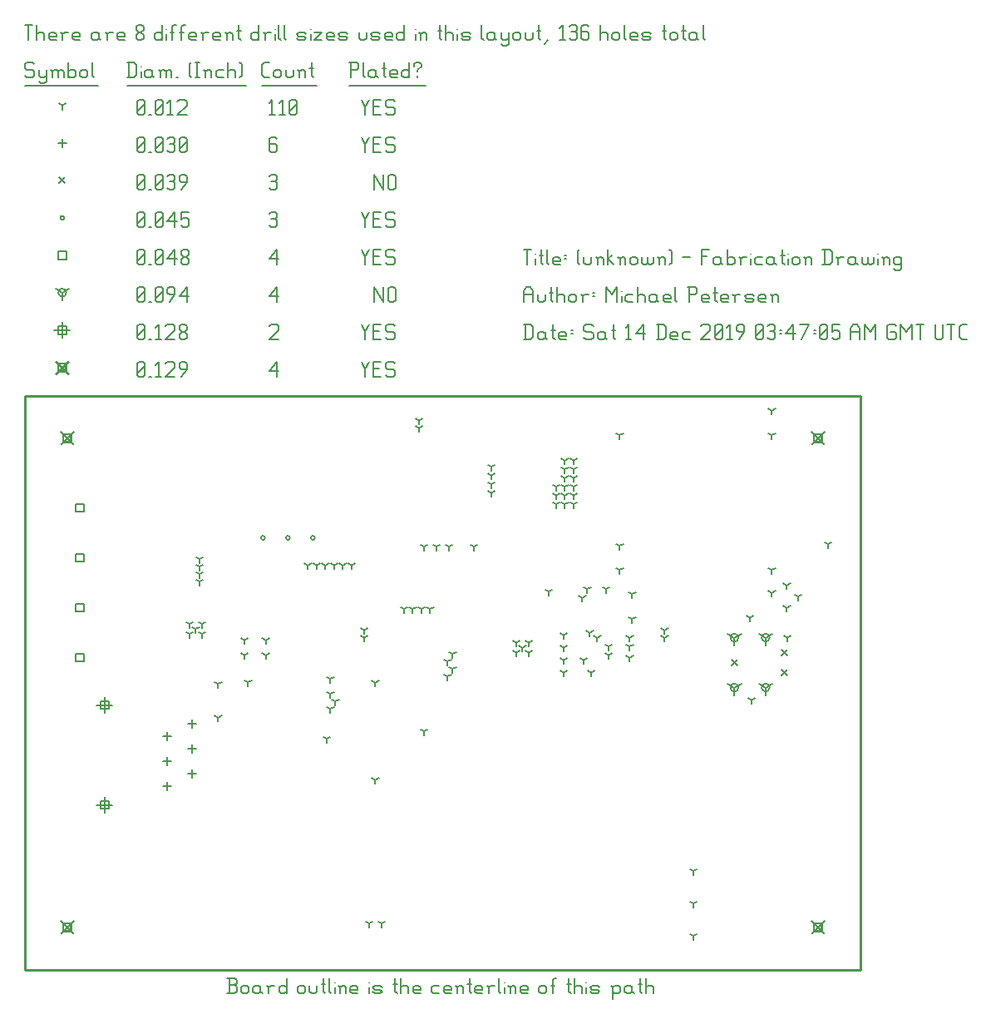
<source format=gbr>
G04 start of page 13 for group -3984 idx -3984 *
G04 Title: (unknown), fab *
G04 Creator: pcb 20140316 *
G04 CreationDate: Sat 14 Dec 2019 03:47:05 AM GMT UTC *
G04 For: railfan *
G04 Format: Gerber/RS-274X *
G04 PCB-Dimensions (mil): 3350.00 2300.00 *
G04 PCB-Coordinate-Origin: lower left *
%MOIN*%
%FSLAX25Y25*%
%LNFAB*%
%ADD122C,0.0100*%
%ADD121C,0.0075*%
%ADD120C,0.0060*%
%ADD119R,0.0080X0.0080*%
%ADD118C,0.0001*%
G54D118*G36*
X14600Y19966D02*X19966Y14600D01*
X19400Y14034D01*
X14034Y19400D01*
X14600Y19966D01*
G37*
G36*
X14034Y14600D02*X19400Y19966D01*
X19966Y19400D01*
X14600Y14034D01*
X14034Y14600D01*
G37*
G54D119*X15400Y18600D02*X18600D01*
X15400D02*Y15400D01*
X18600D01*
Y18600D02*Y15400D01*
G54D118*G36*
X14600Y215966D02*X19966Y210600D01*
X19400Y210034D01*
X14034Y215400D01*
X14600Y215966D01*
G37*
G36*
X14034Y210600D02*X19400Y215966D01*
X19966Y215400D01*
X14600Y210034D01*
X14034Y210600D01*
G37*
G54D119*X15400Y214600D02*X18600D01*
X15400D02*Y211400D01*
X18600D01*
Y214600D02*Y211400D01*
G54D118*G36*
X315600Y215966D02*X320966Y210600D01*
X320400Y210034D01*
X315034Y215400D01*
X315600Y215966D01*
G37*
G36*
X315034Y210600D02*X320400Y215966D01*
X320966Y215400D01*
X315600Y210034D01*
X315034Y210600D01*
G37*
G54D119*X316400Y214600D02*X319600D01*
X316400D02*Y211400D01*
X319600D01*
Y214600D02*Y211400D01*
G54D118*G36*
X315600Y19966D02*X320966Y14600D01*
X320400Y14034D01*
X315034Y19400D01*
X315600Y19966D01*
G37*
G36*
X315034Y14600D02*X320400Y19966D01*
X320966Y19400D01*
X315600Y14034D01*
X315034Y14600D01*
G37*
G54D119*X316400Y18600D02*X319600D01*
X316400D02*Y15400D01*
X319600D01*
Y18600D02*Y15400D01*
G54D118*G36*
X12600Y244216D02*X17966Y238850D01*
X17400Y238284D01*
X12034Y243650D01*
X12600Y244216D01*
G37*
G36*
X12034Y238850D02*X17400Y244216D01*
X17966Y243650D01*
X12600Y238284D01*
X12034Y238850D01*
G37*
G54D119*X13400Y242850D02*X16600D01*
X13400D02*Y239650D01*
X16600D01*
Y242850D02*Y239650D01*
G54D120*X135000Y243500D02*X136500Y240500D01*
X138000Y243500D01*
X136500Y240500D02*Y237500D01*
X139800Y240800D02*X142050D01*
X139800Y237500D02*X142800D01*
X139800Y243500D02*Y237500D01*
Y243500D02*X142800D01*
X147600D02*X148350Y242750D01*
X145350Y243500D02*X147600D01*
X144600Y242750D02*X145350Y243500D01*
X144600Y242750D02*Y241250D01*
X145350Y240500D01*
X147600D01*
X148350Y239750D01*
Y238250D01*
X147600Y237500D02*X148350Y238250D01*
X145350Y237500D02*X147600D01*
X144600Y238250D02*X145350Y237500D01*
X98000Y239750D02*X101000Y243500D01*
X98000Y239750D02*X101750D01*
X101000Y243500D02*Y237500D01*
X45000Y238250D02*X45750Y237500D01*
X45000Y242750D02*Y238250D01*
Y242750D02*X45750Y243500D01*
X47250D01*
X48000Y242750D01*
Y238250D01*
X47250Y237500D02*X48000Y238250D01*
X45750Y237500D02*X47250D01*
X45000Y239000D02*X48000Y242000D01*
X49800Y237500D02*X50550D01*
X52350Y242300D02*X53550Y243500D01*
Y237500D01*
X52350D02*X54600D01*
X56400Y242750D02*X57150Y243500D01*
X59400D01*
X60150Y242750D01*
Y241250D01*
X56400Y237500D02*X60150Y241250D01*
X56400Y237500D02*X60150D01*
X62700D02*X64950Y240500D01*
Y242750D02*Y240500D01*
X64200Y243500D02*X64950Y242750D01*
X62700Y243500D02*X64200D01*
X61950Y242750D02*X62700Y243500D01*
X61950Y242750D02*Y241250D01*
X62700Y240500D01*
X64950D01*
X32000Y109200D02*Y102800D01*
X28800Y106000D02*X35200D01*
X30400Y107600D02*X33600D01*
X30400D02*Y104400D01*
X33600D01*
Y107600D02*Y104400D01*
X32000Y69200D02*Y62800D01*
X28800Y66000D02*X35200D01*
X30400Y67600D02*X33600D01*
X30400D02*Y64400D01*
X33600D01*
Y67600D02*Y64400D01*
X15000Y259450D02*Y253050D01*
X11800Y256250D02*X18200D01*
X13400Y257850D02*X16600D01*
X13400D02*Y254650D01*
X16600D01*
Y257850D02*Y254650D01*
X135000Y258500D02*X136500Y255500D01*
X138000Y258500D01*
X136500Y255500D02*Y252500D01*
X139800Y255800D02*X142050D01*
X139800Y252500D02*X142800D01*
X139800Y258500D02*Y252500D01*
Y258500D02*X142800D01*
X147600D02*X148350Y257750D01*
X145350Y258500D02*X147600D01*
X144600Y257750D02*X145350Y258500D01*
X144600Y257750D02*Y256250D01*
X145350Y255500D01*
X147600D01*
X148350Y254750D01*
Y253250D01*
X147600Y252500D02*X148350Y253250D01*
X145350Y252500D02*X147600D01*
X144600Y253250D02*X145350Y252500D01*
X98000Y257750D02*X98750Y258500D01*
X101000D01*
X101750Y257750D01*
Y256250D01*
X98000Y252500D02*X101750Y256250D01*
X98000Y252500D02*X101750D01*
X45000Y253250D02*X45750Y252500D01*
X45000Y257750D02*Y253250D01*
Y257750D02*X45750Y258500D01*
X47250D01*
X48000Y257750D01*
Y253250D01*
X47250Y252500D02*X48000Y253250D01*
X45750Y252500D02*X47250D01*
X45000Y254000D02*X48000Y257000D01*
X49800Y252500D02*X50550D01*
X52350Y257300D02*X53550Y258500D01*
Y252500D01*
X52350D02*X54600D01*
X56400Y257750D02*X57150Y258500D01*
X59400D01*
X60150Y257750D01*
Y256250D01*
X56400Y252500D02*X60150Y256250D01*
X56400Y252500D02*X60150D01*
X61950Y253250D02*X62700Y252500D01*
X61950Y254450D02*Y253250D01*
Y254450D02*X63000Y255500D01*
X63900D01*
X64950Y254450D01*
Y253250D01*
X64200Y252500D02*X64950Y253250D01*
X62700Y252500D02*X64200D01*
X61950Y256550D02*X63000Y255500D01*
X61950Y257750D02*Y256550D01*
Y257750D02*X62700Y258500D01*
X64200D01*
X64950Y257750D01*
Y256550D01*
X63900Y255500D02*X64950Y256550D01*
X284500Y133000D02*Y129800D01*
Y133000D02*X287273Y134600D01*
X284500Y133000D02*X281727Y134600D01*
X282900Y133000D02*G75*G03X286100Y133000I1600J0D01*G01*
G75*G03X282900Y133000I-1600J0D01*G01*
X297000D02*Y129800D01*
Y133000D02*X299773Y134600D01*
X297000Y133000D02*X294227Y134600D01*
X295400Y133000D02*G75*G03X298600Y133000I1600J0D01*G01*
G75*G03X295400Y133000I-1600J0D01*G01*
X297000Y113000D02*Y109800D01*
Y113000D02*X299773Y114600D01*
X297000Y113000D02*X294227Y114600D01*
X295400Y113000D02*G75*G03X298600Y113000I1600J0D01*G01*
G75*G03X295400Y113000I-1600J0D01*G01*
X284500D02*Y109800D01*
Y113000D02*X287273Y114600D01*
X284500Y113000D02*X281727Y114600D01*
X282900Y113000D02*G75*G03X286100Y113000I1600J0D01*G01*
G75*G03X282900Y113000I-1600J0D01*G01*
X15000Y271250D02*Y268050D01*
Y271250D02*X17773Y272850D01*
X15000Y271250D02*X12227Y272850D01*
X13400Y271250D02*G75*G03X16600Y271250I1600J0D01*G01*
G75*G03X13400Y271250I-1600J0D01*G01*
X140000Y273500D02*Y267500D01*
Y273500D02*X143750Y267500D01*
Y273500D02*Y267500D01*
X145550Y272750D02*Y268250D01*
Y272750D02*X146300Y273500D01*
X147800D01*
X148550Y272750D01*
Y268250D01*
X147800Y267500D02*X148550Y268250D01*
X146300Y267500D02*X147800D01*
X145550Y268250D02*X146300Y267500D01*
X98000Y269750D02*X101000Y273500D01*
X98000Y269750D02*X101750D01*
X101000Y273500D02*Y267500D01*
X45000Y268250D02*X45750Y267500D01*
X45000Y272750D02*Y268250D01*
Y272750D02*X45750Y273500D01*
X47250D01*
X48000Y272750D01*
Y268250D01*
X47250Y267500D02*X48000Y268250D01*
X45750Y267500D02*X47250D01*
X45000Y269000D02*X48000Y272000D01*
X49800Y267500D02*X50550D01*
X52350Y268250D02*X53100Y267500D01*
X52350Y272750D02*Y268250D01*
Y272750D02*X53100Y273500D01*
X54600D01*
X55350Y272750D01*
Y268250D01*
X54600Y267500D02*X55350Y268250D01*
X53100Y267500D02*X54600D01*
X52350Y269000D02*X55350Y272000D01*
X57900Y267500D02*X60150Y270500D01*
Y272750D02*Y270500D01*
X59400Y273500D02*X60150Y272750D01*
X57900Y273500D02*X59400D01*
X57150Y272750D02*X57900Y273500D01*
X57150Y272750D02*Y271250D01*
X57900Y270500D01*
X60150D01*
X61950Y269750D02*X64950Y273500D01*
X61950Y269750D02*X65700D01*
X64950Y273500D02*Y267500D01*
X20400Y146600D02*X23600D01*
X20400D02*Y143400D01*
X23600D01*
Y146600D02*Y143400D01*
X20400Y126600D02*X23600D01*
X20400D02*Y123400D01*
X23600D01*
Y126600D02*Y123400D01*
X20400Y186600D02*X23600D01*
X20400D02*Y183400D01*
X23600D01*
Y186600D02*Y183400D01*
X20400Y166600D02*X23600D01*
X20400D02*Y163400D01*
X23600D01*
Y166600D02*Y163400D01*
X13400Y287850D02*X16600D01*
X13400D02*Y284650D01*
X16600D01*
Y287850D02*Y284650D01*
X135000Y288500D02*X136500Y285500D01*
X138000Y288500D01*
X136500Y285500D02*Y282500D01*
X139800Y285800D02*X142050D01*
X139800Y282500D02*X142800D01*
X139800Y288500D02*Y282500D01*
Y288500D02*X142800D01*
X147600D02*X148350Y287750D01*
X145350Y288500D02*X147600D01*
X144600Y287750D02*X145350Y288500D01*
X144600Y287750D02*Y286250D01*
X145350Y285500D01*
X147600D01*
X148350Y284750D01*
Y283250D01*
X147600Y282500D02*X148350Y283250D01*
X145350Y282500D02*X147600D01*
X144600Y283250D02*X145350Y282500D01*
X98000Y284750D02*X101000Y288500D01*
X98000Y284750D02*X101750D01*
X101000Y288500D02*Y282500D01*
X45000Y283250D02*X45750Y282500D01*
X45000Y287750D02*Y283250D01*
Y287750D02*X45750Y288500D01*
X47250D01*
X48000Y287750D01*
Y283250D01*
X47250Y282500D02*X48000Y283250D01*
X45750Y282500D02*X47250D01*
X45000Y284000D02*X48000Y287000D01*
X49800Y282500D02*X50550D01*
X52350Y283250D02*X53100Y282500D01*
X52350Y287750D02*Y283250D01*
Y287750D02*X53100Y288500D01*
X54600D01*
X55350Y287750D01*
Y283250D01*
X54600Y282500D02*X55350Y283250D01*
X53100Y282500D02*X54600D01*
X52350Y284000D02*X55350Y287000D01*
X57150Y284750D02*X60150Y288500D01*
X57150Y284750D02*X60900D01*
X60150Y288500D02*Y282500D01*
X62700Y283250D02*X63450Y282500D01*
X62700Y284450D02*Y283250D01*
Y284450D02*X63750Y285500D01*
X64650D01*
X65700Y284450D01*
Y283250D01*
X64950Y282500D02*X65700Y283250D01*
X63450Y282500D02*X64950D01*
X62700Y286550D02*X63750Y285500D01*
X62700Y287750D02*Y286550D01*
Y287750D02*X63450Y288500D01*
X64950D01*
X65700Y287750D01*
Y286550D01*
X64650Y285500D02*X65700Y286550D01*
X114700Y173000D02*G75*G03X116300Y173000I800J0D01*G01*
G75*G03X114700Y173000I-800J0D01*G01*
X104700D02*G75*G03X106300Y173000I800J0D01*G01*
G75*G03X104700Y173000I-800J0D01*G01*
X94700D02*G75*G03X96300Y173000I800J0D01*G01*
G75*G03X94700Y173000I-800J0D01*G01*
X14200Y301250D02*G75*G03X15800Y301250I800J0D01*G01*
G75*G03X14200Y301250I-800J0D01*G01*
X135000Y303500D02*X136500Y300500D01*
X138000Y303500D01*
X136500Y300500D02*Y297500D01*
X139800Y300800D02*X142050D01*
X139800Y297500D02*X142800D01*
X139800Y303500D02*Y297500D01*
Y303500D02*X142800D01*
X147600D02*X148350Y302750D01*
X145350Y303500D02*X147600D01*
X144600Y302750D02*X145350Y303500D01*
X144600Y302750D02*Y301250D01*
X145350Y300500D01*
X147600D01*
X148350Y299750D01*
Y298250D01*
X147600Y297500D02*X148350Y298250D01*
X145350Y297500D02*X147600D01*
X144600Y298250D02*X145350Y297500D01*
X98000Y302750D02*X98750Y303500D01*
X100250D01*
X101000Y302750D01*
X100250Y297500D02*X101000Y298250D01*
X98750Y297500D02*X100250D01*
X98000Y298250D02*X98750Y297500D01*
Y300800D02*X100250D01*
X101000Y302750D02*Y301550D01*
Y300050D02*Y298250D01*
Y300050D02*X100250Y300800D01*
X101000Y301550D02*X100250Y300800D01*
X45000Y298250D02*X45750Y297500D01*
X45000Y302750D02*Y298250D01*
Y302750D02*X45750Y303500D01*
X47250D01*
X48000Y302750D01*
Y298250D01*
X47250Y297500D02*X48000Y298250D01*
X45750Y297500D02*X47250D01*
X45000Y299000D02*X48000Y302000D01*
X49800Y297500D02*X50550D01*
X52350Y298250D02*X53100Y297500D01*
X52350Y302750D02*Y298250D01*
Y302750D02*X53100Y303500D01*
X54600D01*
X55350Y302750D01*
Y298250D01*
X54600Y297500D02*X55350Y298250D01*
X53100Y297500D02*X54600D01*
X52350Y299000D02*X55350Y302000D01*
X57150Y299750D02*X60150Y303500D01*
X57150Y299750D02*X60900D01*
X60150Y303500D02*Y297500D01*
X62700Y303500D02*X65700D01*
X62700D02*Y300500D01*
X63450Y301250D01*
X64950D01*
X65700Y300500D01*
Y298250D01*
X64950Y297500D02*X65700Y298250D01*
X63450Y297500D02*X64950D01*
X62700Y298250D02*X63450Y297500D01*
X283300Y124200D02*X285700Y121800D01*
X283300D02*X285700Y124200D01*
X303300Y128200D02*X305700Y125800D01*
X303300D02*X305700Y128200D01*
X303300Y120200D02*X305700Y117800D01*
X303300D02*X305700Y120200D01*
X13800Y317450D02*X16200Y315050D01*
X13800D02*X16200Y317450D01*
X140000Y318500D02*Y312500D01*
Y318500D02*X143750Y312500D01*
Y318500D02*Y312500D01*
X145550Y317750D02*Y313250D01*
Y317750D02*X146300Y318500D01*
X147800D01*
X148550Y317750D01*
Y313250D01*
X147800Y312500D02*X148550Y313250D01*
X146300Y312500D02*X147800D01*
X145550Y313250D02*X146300Y312500D01*
X98000Y317750D02*X98750Y318500D01*
X100250D01*
X101000Y317750D01*
X100250Y312500D02*X101000Y313250D01*
X98750Y312500D02*X100250D01*
X98000Y313250D02*X98750Y312500D01*
Y315800D02*X100250D01*
X101000Y317750D02*Y316550D01*
Y315050D02*Y313250D01*
Y315050D02*X100250Y315800D01*
X101000Y316550D02*X100250Y315800D01*
X45000Y313250D02*X45750Y312500D01*
X45000Y317750D02*Y313250D01*
Y317750D02*X45750Y318500D01*
X47250D01*
X48000Y317750D01*
Y313250D01*
X47250Y312500D02*X48000Y313250D01*
X45750Y312500D02*X47250D01*
X45000Y314000D02*X48000Y317000D01*
X49800Y312500D02*X50550D01*
X52350Y313250D02*X53100Y312500D01*
X52350Y317750D02*Y313250D01*
Y317750D02*X53100Y318500D01*
X54600D01*
X55350Y317750D01*
Y313250D01*
X54600Y312500D02*X55350Y313250D01*
X53100Y312500D02*X54600D01*
X52350Y314000D02*X55350Y317000D01*
X57150Y317750D02*X57900Y318500D01*
X59400D01*
X60150Y317750D01*
X59400Y312500D02*X60150Y313250D01*
X57900Y312500D02*X59400D01*
X57150Y313250D02*X57900Y312500D01*
Y315800D02*X59400D01*
X60150Y317750D02*Y316550D01*
Y315050D02*Y313250D01*
Y315050D02*X59400Y315800D01*
X60150Y316550D02*X59400Y315800D01*
X62700Y312500D02*X64950Y315500D01*
Y317750D02*Y315500D01*
X64200Y318500D02*X64950Y317750D01*
X62700Y318500D02*X64200D01*
X61950Y317750D02*X62700Y318500D01*
X61950Y317750D02*Y316250D01*
X62700Y315500D01*
X64950D01*
X67000Y100100D02*Y96900D01*
X65400Y98500D02*X68600D01*
X57000Y95100D02*Y91900D01*
X55400Y93500D02*X58600D01*
X67000Y90100D02*Y86900D01*
X65400Y88500D02*X68600D01*
X57000Y85100D02*Y81900D01*
X55400Y83500D02*X58600D01*
X67000Y80100D02*Y76900D01*
X65400Y78500D02*X68600D01*
X57000Y75100D02*Y71900D01*
X55400Y73500D02*X58600D01*
X15000Y332850D02*Y329650D01*
X13400Y331250D02*X16600D01*
X135000Y333500D02*X136500Y330500D01*
X138000Y333500D01*
X136500Y330500D02*Y327500D01*
X139800Y330800D02*X142050D01*
X139800Y327500D02*X142800D01*
X139800Y333500D02*Y327500D01*
Y333500D02*X142800D01*
X147600D02*X148350Y332750D01*
X145350Y333500D02*X147600D01*
X144600Y332750D02*X145350Y333500D01*
X144600Y332750D02*Y331250D01*
X145350Y330500D01*
X147600D01*
X148350Y329750D01*
Y328250D01*
X147600Y327500D02*X148350Y328250D01*
X145350Y327500D02*X147600D01*
X144600Y328250D02*X145350Y327500D01*
X100250Y333500D02*X101000Y332750D01*
X98750Y333500D02*X100250D01*
X98000Y332750D02*X98750Y333500D01*
X98000Y332750D02*Y328250D01*
X98750Y327500D01*
X100250Y330800D02*X101000Y330050D01*
X98000Y330800D02*X100250D01*
X98750Y327500D02*X100250D01*
X101000Y328250D01*
Y330050D02*Y328250D01*
X45000D02*X45750Y327500D01*
X45000Y332750D02*Y328250D01*
Y332750D02*X45750Y333500D01*
X47250D01*
X48000Y332750D01*
Y328250D01*
X47250Y327500D02*X48000Y328250D01*
X45750Y327500D02*X47250D01*
X45000Y329000D02*X48000Y332000D01*
X49800Y327500D02*X50550D01*
X52350Y328250D02*X53100Y327500D01*
X52350Y332750D02*Y328250D01*
Y332750D02*X53100Y333500D01*
X54600D01*
X55350Y332750D01*
Y328250D01*
X54600Y327500D02*X55350Y328250D01*
X53100Y327500D02*X54600D01*
X52350Y329000D02*X55350Y332000D01*
X57150Y332750D02*X57900Y333500D01*
X59400D01*
X60150Y332750D01*
X59400Y327500D02*X60150Y328250D01*
X57900Y327500D02*X59400D01*
X57150Y328250D02*X57900Y327500D01*
Y330800D02*X59400D01*
X60150Y332750D02*Y331550D01*
Y330050D02*Y328250D01*
Y330050D02*X59400Y330800D01*
X60150Y331550D02*X59400Y330800D01*
X61950Y328250D02*X62700Y327500D01*
X61950Y332750D02*Y328250D01*
Y332750D02*X62700Y333500D01*
X64200D01*
X64950Y332750D01*
Y328250D01*
X64200Y327500D02*X64950Y328250D01*
X62700Y327500D02*X64200D01*
X61950Y329000D02*X64950Y332000D01*
X158000Y220000D02*Y218400D01*
Y220000D02*X159387Y220800D01*
X158000Y220000D02*X156613Y220800D01*
X158000Y217000D02*Y215400D01*
Y217000D02*X159387Y217800D01*
X158000Y217000D02*X156613Y217800D01*
X140500Y115000D02*Y113400D01*
Y115000D02*X141887Y115800D01*
X140500Y115000D02*X139113Y115800D01*
X121000Y92351D02*Y90751D01*
Y92351D02*X122387Y93151D01*
X121000Y92351D02*X119613Y93151D01*
X160000Y95500D02*Y93900D01*
Y95500D02*X161387Y96300D01*
X160000Y95500D02*X158613Y96300D01*
X140500Y76000D02*Y74400D01*
Y76000D02*X141887Y76800D01*
X140500Y76000D02*X139113Y76800D01*
X138000Y18500D02*Y16900D01*
Y18500D02*X139387Y19300D01*
X138000Y18500D02*X136613Y19300D01*
X143000Y18500D02*Y16900D01*
Y18500D02*X144387Y19300D01*
X143000Y18500D02*X141613Y19300D01*
X136000Y133000D02*Y131400D01*
Y133000D02*X137387Y133800D01*
X136000Y133000D02*X134613Y133800D01*
X136000Y136000D02*Y134400D01*
Y136000D02*X137387Y136800D01*
X136000Y136000D02*X134613Y136800D01*
X152000Y144500D02*Y142900D01*
Y144500D02*X153387Y145300D01*
X152000Y144500D02*X150613Y145300D01*
X155500Y144500D02*Y142900D01*
Y144500D02*X156887Y145300D01*
X155500Y144500D02*X154113Y145300D01*
X159000Y144500D02*Y142900D01*
Y144500D02*X160387Y145300D01*
X159000Y144500D02*X157613Y145300D01*
X162500Y144500D02*Y142900D01*
Y144500D02*X163887Y145300D01*
X162500Y144500D02*X161113Y145300D01*
X122500Y110500D02*Y108900D01*
Y110500D02*X123887Y111300D01*
X122500Y110500D02*X121113Y111300D01*
X124500Y107500D02*Y105900D01*
Y107500D02*X125887Y108300D01*
X124500Y107500D02*X123113Y108300D01*
X122500Y104500D02*Y102900D01*
Y104500D02*X123887Y105300D01*
X122500Y104500D02*X121113Y105300D01*
X122500Y116500D02*Y114900D01*
Y116500D02*X123887Y117300D01*
X122500Y116500D02*X121113Y117300D01*
X70000Y161500D02*Y159900D01*
Y161500D02*X71387Y162300D01*
X70000Y161500D02*X68613Y162300D01*
X70000Y164500D02*Y162900D01*
Y164500D02*X71387Y165300D01*
X70000Y164500D02*X68613Y165300D01*
X70000Y158500D02*Y156900D01*
Y158500D02*X71387Y159300D01*
X70000Y158500D02*X68613Y159300D01*
X70000Y155500D02*Y153900D01*
Y155500D02*X71387Y156300D01*
X70000Y155500D02*X68613Y156300D01*
X77500Y114500D02*Y112900D01*
Y114500D02*X78887Y115300D01*
X77500Y114500D02*X76113Y115300D01*
X77500Y101000D02*Y99400D01*
Y101000D02*X78887Y101800D01*
X77500Y101000D02*X76113Y101800D01*
X88000Y126000D02*Y124400D01*
Y126000D02*X89387Y126800D01*
X88000Y126000D02*X86613Y126800D01*
X88000Y132000D02*Y130400D01*
Y132000D02*X89387Y132800D01*
X88000Y132000D02*X86613Y132800D01*
X96575Y132000D02*Y130400D01*
Y132000D02*X97962Y132800D01*
X96575Y132000D02*X95188Y132800D01*
X216000Y134000D02*Y132400D01*
Y134000D02*X217387Y134800D01*
X216000Y134000D02*X214613Y134800D01*
X216000Y129000D02*Y127400D01*
Y129000D02*X217387Y129800D01*
X216000Y129000D02*X214613Y129800D01*
X216000Y124000D02*Y122400D01*
Y124000D02*X217387Y124800D01*
X216000Y124000D02*X214613Y124800D01*
X216000Y119000D02*Y117400D01*
Y119000D02*X217387Y119800D01*
X216000Y119000D02*X214613Y119800D01*
X227000Y119000D02*Y117400D01*
Y119000D02*X228387Y119800D01*
X227000Y119000D02*X225613Y119800D01*
X224000Y124000D02*Y122400D01*
Y124000D02*X225387Y124800D01*
X224000Y124000D02*X222613Y124800D01*
X199500Y129000D02*Y127400D01*
Y129000D02*X200887Y129800D01*
X199500Y129000D02*X198113Y129800D01*
X202000Y131000D02*Y129400D01*
Y131000D02*X203387Y131800D01*
X202000Y131000D02*X200613Y131800D01*
X202000Y127000D02*Y125400D01*
Y127000D02*X203387Y127800D01*
X202000Y127000D02*X200613Y127800D01*
X197000Y127000D02*Y125400D01*
Y127000D02*X198387Y127800D01*
X197000Y127000D02*X195613Y127800D01*
X197000Y131000D02*Y129400D01*
Y131000D02*X198387Y131800D01*
X197000Y131000D02*X195613Y131800D01*
X68500Y136500D02*Y134900D01*
Y136500D02*X69887Y137300D01*
X68500Y136500D02*X67113Y137300D01*
X71000Y138500D02*Y136900D01*
Y138500D02*X72387Y139300D01*
X71000Y138500D02*X69613Y139300D01*
X71000Y134500D02*Y132900D01*
Y134500D02*X72387Y135300D01*
X71000Y134500D02*X69613Y135300D01*
X66000Y134500D02*Y132900D01*
Y134500D02*X67387Y135300D01*
X66000Y134500D02*X64613Y135300D01*
X66000Y138500D02*Y136900D01*
Y138500D02*X67387Y139300D01*
X66000Y138500D02*X64613Y139300D01*
X96575Y126000D02*Y124400D01*
Y126000D02*X97962Y126800D01*
X96575Y126000D02*X95188Y126800D01*
X89500Y115152D02*Y113552D01*
Y115152D02*X90887Y115952D01*
X89500Y115152D02*X88113Y115952D01*
X169500Y117500D02*Y115900D01*
Y117500D02*X170887Y118300D01*
X169500Y117500D02*X168113Y118300D01*
X169500Y123500D02*Y121900D01*
Y123500D02*X170887Y124300D01*
X169500Y123500D02*X168113Y124300D01*
X171500Y120500D02*Y118900D01*
Y120500D02*X172887Y121300D01*
X171500Y120500D02*X170113Y121300D01*
X171500Y126500D02*Y124900D01*
Y126500D02*X172887Y127300D01*
X171500Y126500D02*X170113Y127300D01*
X113500Y162000D02*Y160400D01*
Y162000D02*X114887Y162800D01*
X113500Y162000D02*X112113Y162800D01*
X117000Y162000D02*Y160400D01*
Y162000D02*X118387Y162800D01*
X117000Y162000D02*X115613Y162800D01*
X120500Y162000D02*Y160400D01*
Y162000D02*X121887Y162800D01*
X120500Y162000D02*X119113Y162800D01*
X124000Y162000D02*Y160400D01*
Y162000D02*X125387Y162800D01*
X124000Y162000D02*X122613Y162800D01*
X127500Y162000D02*Y160400D01*
Y162000D02*X128887Y162800D01*
X127500Y162000D02*X126113Y162800D01*
X131000Y162000D02*Y160400D01*
Y162000D02*X132387Y162800D01*
X131000Y162000D02*X129613Y162800D01*
X160000Y169500D02*Y167900D01*
Y169500D02*X161387Y170300D01*
X160000Y169500D02*X158613Y170300D01*
X170000Y169500D02*Y167900D01*
Y169500D02*X171387Y170300D01*
X170000Y169500D02*X168613Y170300D01*
X180000Y169500D02*Y167900D01*
Y169500D02*X181387Y170300D01*
X180000Y169500D02*X178613Y170300D01*
X165000Y169500D02*Y167900D01*
Y169500D02*X166387Y170300D01*
X165000Y169500D02*X163613Y170300D01*
X187000Y201500D02*Y199900D01*
Y201500D02*X188387Y202300D01*
X187000Y201500D02*X185613Y202300D01*
X187000Y198000D02*Y196400D01*
Y198000D02*X188387Y198800D01*
X187000Y198000D02*X185613Y198800D01*
X187000Y194500D02*Y192900D01*
Y194500D02*X188387Y195300D01*
X187000Y194500D02*X185613Y195300D01*
X187000Y191000D02*Y189400D01*
Y191000D02*X188387Y191800D01*
X187000Y191000D02*X185613Y191800D01*
X268000Y13500D02*Y11900D01*
Y13500D02*X269387Y14300D01*
X268000Y13500D02*X266613Y14300D01*
X268000Y26500D02*Y24900D01*
Y26500D02*X269387Y27300D01*
X268000Y26500D02*X266613Y27300D01*
X268000Y39500D02*Y37900D01*
Y39500D02*X269387Y40300D01*
X268000Y39500D02*X266613Y40300D01*
X220000Y204000D02*Y202400D01*
Y204000D02*X221387Y204800D01*
X220000Y204000D02*X218613Y204800D01*
X216500Y204000D02*Y202400D01*
Y204000D02*X217887Y204800D01*
X216500Y204000D02*X215113Y204800D01*
X216500Y200500D02*Y198900D01*
Y200500D02*X217887Y201300D01*
X216500Y200500D02*X215113Y201300D01*
X220000Y200500D02*Y198900D01*
Y200500D02*X221387Y201300D01*
X220000Y200500D02*X218613Y201300D01*
X216500Y197000D02*Y195400D01*
Y197000D02*X217887Y197800D01*
X216500Y197000D02*X215113Y197800D01*
X220000Y197000D02*Y195400D01*
Y197000D02*X221387Y197800D01*
X220000Y197000D02*X218613Y197800D01*
X220000Y193500D02*Y191900D01*
Y193500D02*X221387Y194300D01*
X220000Y193500D02*X218613Y194300D01*
X216500Y193500D02*Y191900D01*
Y193500D02*X217887Y194300D01*
X216500Y193500D02*X215113Y194300D01*
X216500Y190000D02*Y188400D01*
Y190000D02*X217887Y190800D01*
X216500Y190000D02*X215113Y190800D01*
X220000Y190000D02*Y188400D01*
Y190000D02*X221387Y190800D01*
X220000Y190000D02*X218613Y190800D01*
X220000Y186500D02*Y184900D01*
Y186500D02*X221387Y187300D01*
X220000Y186500D02*X218613Y187300D01*
X216500Y186500D02*Y184900D01*
Y186500D02*X217887Y187300D01*
X216500Y186500D02*X215113Y187300D01*
X213000Y193500D02*Y191900D01*
Y193500D02*X214387Y194300D01*
X213000Y193500D02*X211613Y194300D01*
X213000Y190000D02*Y188400D01*
Y190000D02*X214387Y190800D01*
X213000Y190000D02*X211613Y190800D01*
X213000Y186500D02*Y184900D01*
Y186500D02*X214387Y187300D01*
X213000Y186500D02*X211613Y187300D01*
X238500Y169854D02*Y168254D01*
Y169854D02*X239887Y170654D01*
X238500Y169854D02*X237113Y170654D01*
X238500Y160012D02*Y158412D01*
Y160012D02*X239887Y160812D01*
X238500Y160012D02*X237113Y160812D01*
X238500Y214146D02*Y212546D01*
Y214146D02*X239887Y214946D01*
X238500Y214146D02*X237113Y214946D01*
X299500Y223988D02*Y222388D01*
Y223988D02*X300887Y224788D01*
X299500Y223988D02*X298113Y224788D01*
X299500Y214146D02*Y212546D01*
Y214146D02*X300887Y214946D01*
X299500Y214146D02*X298113Y214946D01*
X299500Y160012D02*Y158412D01*
Y160012D02*X300887Y160812D01*
X299500Y160012D02*X298113Y160812D01*
X305500Y154000D02*Y152400D01*
Y154000D02*X306887Y154800D01*
X305500Y154000D02*X304113Y154800D01*
X210000Y151500D02*Y149900D01*
Y151500D02*X211387Y152300D01*
X210000Y151500D02*X208613Y152300D01*
X234000Y129500D02*Y127900D01*
Y129500D02*X235387Y130300D01*
X234000Y129500D02*X232613Y130300D01*
X242500Y133000D02*Y131400D01*
Y133000D02*X243887Y133800D01*
X242500Y133000D02*X241113Y133800D01*
X242500Y129500D02*Y127900D01*
Y129500D02*X243887Y130300D01*
X242500Y129500D02*X241113Y130300D01*
X226500Y135000D02*Y133400D01*
Y135000D02*X227887Y135800D01*
X226500Y135000D02*X225113Y135800D01*
X223500Y149000D02*Y147400D01*
Y149000D02*X224887Y149800D01*
X223500Y149000D02*X222113Y149800D01*
X242500Y125000D02*Y123400D01*
Y125000D02*X243887Y125800D01*
X242500Y125000D02*X241113Y125800D01*
X243500Y140500D02*Y138900D01*
Y140500D02*X244887Y141300D01*
X243500Y140500D02*X242113Y141300D01*
X243500Y150500D02*Y148900D01*
Y150500D02*X244887Y151300D01*
X243500Y150500D02*X242113Y151300D01*
X322000Y170500D02*Y168900D01*
Y170500D02*X323387Y171300D01*
X322000Y170500D02*X320613Y171300D01*
X299500Y151000D02*Y149400D01*
Y151000D02*X300887Y151800D01*
X299500Y151000D02*X298113Y151800D01*
X310000Y149500D02*Y147900D01*
Y149500D02*X311387Y150300D01*
X310000Y149500D02*X308613Y150300D01*
X305500Y145000D02*Y143400D01*
Y145000D02*X306887Y145800D01*
X305500Y145000D02*X304113Y145800D01*
X305700Y133000D02*Y131400D01*
Y133000D02*X307087Y133800D01*
X305700Y133000D02*X304313Y133800D01*
X290800Y141000D02*Y139400D01*
Y141000D02*X292187Y141800D01*
X290800Y141000D02*X289413Y141800D01*
X291300Y108000D02*Y106400D01*
Y108000D02*X292687Y108800D01*
X291300Y108000D02*X289913Y108800D01*
X225500Y152500D02*Y150900D01*
Y152500D02*X226887Y153300D01*
X225500Y152500D02*X224113Y153300D01*
X233000Y152500D02*Y150900D01*
Y152500D02*X234387Y153300D01*
X233000Y152500D02*X231613Y153300D01*
X229500Y133000D02*Y131400D01*
Y133000D02*X230887Y133800D01*
X229500Y133000D02*X228113Y133800D01*
X256500Y136000D02*Y134400D01*
Y136000D02*X257887Y136800D01*
X256500Y136000D02*X255113Y136800D01*
X256500Y133000D02*Y131400D01*
Y133000D02*X257887Y133800D01*
X256500Y133000D02*X255113Y133800D01*
X234000Y126000D02*Y124400D01*
Y126000D02*X235387Y126800D01*
X234000Y126000D02*X232613Y126800D01*
X15000Y346250D02*Y344650D01*
Y346250D02*X16387Y347050D01*
X15000Y346250D02*X13613Y347050D01*
X135000Y348500D02*X136500Y345500D01*
X138000Y348500D01*
X136500Y345500D02*Y342500D01*
X139800Y345800D02*X142050D01*
X139800Y342500D02*X142800D01*
X139800Y348500D02*Y342500D01*
Y348500D02*X142800D01*
X147600D02*X148350Y347750D01*
X145350Y348500D02*X147600D01*
X144600Y347750D02*X145350Y348500D01*
X144600Y347750D02*Y346250D01*
X145350Y345500D01*
X147600D01*
X148350Y344750D01*
Y343250D01*
X147600Y342500D02*X148350Y343250D01*
X145350Y342500D02*X147600D01*
X144600Y343250D02*X145350Y342500D01*
X98000Y347300D02*X99200Y348500D01*
Y342500D01*
X98000D02*X100250D01*
X102050Y347300D02*X103250Y348500D01*
Y342500D01*
X102050D02*X104300D01*
X106100Y343250D02*X106850Y342500D01*
X106100Y347750D02*Y343250D01*
Y347750D02*X106850Y348500D01*
X108350D01*
X109100Y347750D01*
Y343250D01*
X108350Y342500D02*X109100Y343250D01*
X106850Y342500D02*X108350D01*
X106100Y344000D02*X109100Y347000D01*
X45000Y343250D02*X45750Y342500D01*
X45000Y347750D02*Y343250D01*
Y347750D02*X45750Y348500D01*
X47250D01*
X48000Y347750D01*
Y343250D01*
X47250Y342500D02*X48000Y343250D01*
X45750Y342500D02*X47250D01*
X45000Y344000D02*X48000Y347000D01*
X49800Y342500D02*X50550D01*
X52350Y343250D02*X53100Y342500D01*
X52350Y347750D02*Y343250D01*
Y347750D02*X53100Y348500D01*
X54600D01*
X55350Y347750D01*
Y343250D01*
X54600Y342500D02*X55350Y343250D01*
X53100Y342500D02*X54600D01*
X52350Y344000D02*X55350Y347000D01*
X57150Y347300D02*X58350Y348500D01*
Y342500D01*
X57150D02*X59400D01*
X61200Y347750D02*X61950Y348500D01*
X64200D01*
X64950Y347750D01*
Y346250D01*
X61200Y342500D02*X64950Y346250D01*
X61200Y342500D02*X64950D01*
X3000Y363500D02*X3750Y362750D01*
X750Y363500D02*X3000D01*
X0Y362750D02*X750Y363500D01*
X0Y362750D02*Y361250D01*
X750Y360500D01*
X3000D01*
X3750Y359750D01*
Y358250D01*
X3000Y357500D02*X3750Y358250D01*
X750Y357500D02*X3000D01*
X0Y358250D02*X750Y357500D01*
X5550Y360500D02*Y358250D01*
X6300Y357500D01*
X8550Y360500D02*Y356000D01*
X7800Y355250D02*X8550Y356000D01*
X6300Y355250D02*X7800D01*
X5550Y356000D02*X6300Y355250D01*
Y357500D02*X7800D01*
X8550Y358250D01*
X11100Y359750D02*Y357500D01*
Y359750D02*X11850Y360500D01*
X12600D01*
X13350Y359750D01*
Y357500D01*
Y359750D02*X14100Y360500D01*
X14850D01*
X15600Y359750D01*
Y357500D01*
X10350Y360500D02*X11100Y359750D01*
X17400Y363500D02*Y357500D01*
Y358250D02*X18150Y357500D01*
X19650D01*
X20400Y358250D01*
Y359750D02*Y358250D01*
X19650Y360500D02*X20400Y359750D01*
X18150Y360500D02*X19650D01*
X17400Y359750D02*X18150Y360500D01*
X22200Y359750D02*Y358250D01*
Y359750D02*X22950Y360500D01*
X24450D01*
X25200Y359750D01*
Y358250D01*
X24450Y357500D02*X25200Y358250D01*
X22950Y357500D02*X24450D01*
X22200Y358250D02*X22950Y357500D01*
X27000Y363500D02*Y358250D01*
X27750Y357500D01*
X0Y354250D02*X29250D01*
X41750Y363500D02*Y357500D01*
X43700Y363500D02*X44750Y362450D01*
Y358550D01*
X43700Y357500D02*X44750Y358550D01*
X41000Y357500D02*X43700D01*
X41000Y363500D02*X43700D01*
G54D121*X46550Y362000D02*Y361850D01*
G54D120*Y359750D02*Y357500D01*
X50300Y360500D02*X51050Y359750D01*
X48800Y360500D02*X50300D01*
X48050Y359750D02*X48800Y360500D01*
X48050Y359750D02*Y358250D01*
X48800Y357500D01*
X51050Y360500D02*Y358250D01*
X51800Y357500D01*
X48800D02*X50300D01*
X51050Y358250D01*
X54350Y359750D02*Y357500D01*
Y359750D02*X55100Y360500D01*
X55850D01*
X56600Y359750D01*
Y357500D01*
Y359750D02*X57350Y360500D01*
X58100D01*
X58850Y359750D01*
Y357500D01*
X53600Y360500D02*X54350Y359750D01*
X60650Y357500D02*X61400D01*
X65900Y358250D02*X66650Y357500D01*
X65900Y362750D02*X66650Y363500D01*
X65900Y362750D02*Y358250D01*
X68450Y363500D02*X69950D01*
X69200D02*Y357500D01*
X68450D02*X69950D01*
X72500Y359750D02*Y357500D01*
Y359750D02*X73250Y360500D01*
X74000D01*
X74750Y359750D01*
Y357500D01*
X71750Y360500D02*X72500Y359750D01*
X77300Y360500D02*X79550D01*
X76550Y359750D02*X77300Y360500D01*
X76550Y359750D02*Y358250D01*
X77300Y357500D01*
X79550D01*
X81350Y363500D02*Y357500D01*
Y359750D02*X82100Y360500D01*
X83600D01*
X84350Y359750D01*
Y357500D01*
X86150Y363500D02*X86900Y362750D01*
Y358250D01*
X86150Y357500D02*X86900Y358250D01*
X41000Y354250D02*X88700D01*
X96050Y357500D02*X98000D01*
X95000Y358550D02*X96050Y357500D01*
X95000Y362450D02*Y358550D01*
Y362450D02*X96050Y363500D01*
X98000D01*
X99800Y359750D02*Y358250D01*
Y359750D02*X100550Y360500D01*
X102050D01*
X102800Y359750D01*
Y358250D01*
X102050Y357500D02*X102800Y358250D01*
X100550Y357500D02*X102050D01*
X99800Y358250D02*X100550Y357500D01*
X104600Y360500D02*Y358250D01*
X105350Y357500D01*
X106850D01*
X107600Y358250D01*
Y360500D02*Y358250D01*
X110150Y359750D02*Y357500D01*
Y359750D02*X110900Y360500D01*
X111650D01*
X112400Y359750D01*
Y357500D01*
X109400Y360500D02*X110150Y359750D01*
X114950Y363500D02*Y358250D01*
X115700Y357500D01*
X114200Y361250D02*X115700D01*
X95000Y354250D02*X117200D01*
X130750Y363500D02*Y357500D01*
X130000Y363500D02*X133000D01*
X133750Y362750D01*
Y361250D01*
X133000Y360500D02*X133750Y361250D01*
X130750Y360500D02*X133000D01*
X135550Y363500D02*Y358250D01*
X136300Y357500D01*
X140050Y360500D02*X140800Y359750D01*
X138550Y360500D02*X140050D01*
X137800Y359750D02*X138550Y360500D01*
X137800Y359750D02*Y358250D01*
X138550Y357500D01*
X140800Y360500D02*Y358250D01*
X141550Y357500D01*
X138550D02*X140050D01*
X140800Y358250D01*
X144100Y363500D02*Y358250D01*
X144850Y357500D01*
X143350Y361250D02*X144850D01*
X147100Y357500D02*X149350D01*
X146350Y358250D02*X147100Y357500D01*
X146350Y359750D02*Y358250D01*
Y359750D02*X147100Y360500D01*
X148600D01*
X149350Y359750D01*
X146350Y359000D02*X149350D01*
Y359750D02*Y359000D01*
X154150Y363500D02*Y357500D01*
X153400D02*X154150Y358250D01*
X151900Y357500D02*X153400D01*
X151150Y358250D02*X151900Y357500D01*
X151150Y359750D02*Y358250D01*
Y359750D02*X151900Y360500D01*
X153400D01*
X154150Y359750D01*
X157450Y360500D02*Y359750D01*
Y358250D02*Y357500D01*
X155950Y362750D02*Y362000D01*
Y362750D02*X156700Y363500D01*
X158200D01*
X158950Y362750D01*
Y362000D01*
X157450Y360500D02*X158950Y362000D01*
X130000Y354250D02*X160750D01*
X0Y378500D02*X3000D01*
X1500D02*Y372500D01*
X4800Y378500D02*Y372500D01*
Y374750D02*X5550Y375500D01*
X7050D01*
X7800Y374750D01*
Y372500D01*
X10350D02*X12600D01*
X9600Y373250D02*X10350Y372500D01*
X9600Y374750D02*Y373250D01*
Y374750D02*X10350Y375500D01*
X11850D01*
X12600Y374750D01*
X9600Y374000D02*X12600D01*
Y374750D02*Y374000D01*
X15150Y374750D02*Y372500D01*
Y374750D02*X15900Y375500D01*
X17400D01*
X14400D02*X15150Y374750D01*
X19950Y372500D02*X22200D01*
X19200Y373250D02*X19950Y372500D01*
X19200Y374750D02*Y373250D01*
Y374750D02*X19950Y375500D01*
X21450D01*
X22200Y374750D01*
X19200Y374000D02*X22200D01*
Y374750D02*Y374000D01*
X28950Y375500D02*X29700Y374750D01*
X27450Y375500D02*X28950D01*
X26700Y374750D02*X27450Y375500D01*
X26700Y374750D02*Y373250D01*
X27450Y372500D01*
X29700Y375500D02*Y373250D01*
X30450Y372500D01*
X27450D02*X28950D01*
X29700Y373250D01*
X33000Y374750D02*Y372500D01*
Y374750D02*X33750Y375500D01*
X35250D01*
X32250D02*X33000Y374750D01*
X37800Y372500D02*X40050D01*
X37050Y373250D02*X37800Y372500D01*
X37050Y374750D02*Y373250D01*
Y374750D02*X37800Y375500D01*
X39300D01*
X40050Y374750D01*
X37050Y374000D02*X40050D01*
Y374750D02*Y374000D01*
X44550Y373250D02*X45300Y372500D01*
X44550Y374450D02*Y373250D01*
Y374450D02*X45600Y375500D01*
X46500D01*
X47550Y374450D01*
Y373250D01*
X46800Y372500D02*X47550Y373250D01*
X45300Y372500D02*X46800D01*
X44550Y376550D02*X45600Y375500D01*
X44550Y377750D02*Y376550D01*
Y377750D02*X45300Y378500D01*
X46800D01*
X47550Y377750D01*
Y376550D01*
X46500Y375500D02*X47550Y376550D01*
X55050Y378500D02*Y372500D01*
X54300D02*X55050Y373250D01*
X52800Y372500D02*X54300D01*
X52050Y373250D02*X52800Y372500D01*
X52050Y374750D02*Y373250D01*
Y374750D02*X52800Y375500D01*
X54300D01*
X55050Y374750D01*
G54D121*X56850Y377000D02*Y376850D01*
G54D120*Y374750D02*Y372500D01*
X59100Y377750D02*Y372500D01*
Y377750D02*X59850Y378500D01*
X60600D01*
X58350Y375500D02*X59850D01*
X62850Y377750D02*Y372500D01*
Y377750D02*X63600Y378500D01*
X64350D01*
X62100Y375500D02*X63600D01*
X66600Y372500D02*X68850D01*
X65850Y373250D02*X66600Y372500D01*
X65850Y374750D02*Y373250D01*
Y374750D02*X66600Y375500D01*
X68100D01*
X68850Y374750D01*
X65850Y374000D02*X68850D01*
Y374750D02*Y374000D01*
X71400Y374750D02*Y372500D01*
Y374750D02*X72150Y375500D01*
X73650D01*
X70650D02*X71400Y374750D01*
X76200Y372500D02*X78450D01*
X75450Y373250D02*X76200Y372500D01*
X75450Y374750D02*Y373250D01*
Y374750D02*X76200Y375500D01*
X77700D01*
X78450Y374750D01*
X75450Y374000D02*X78450D01*
Y374750D02*Y374000D01*
X81000Y374750D02*Y372500D01*
Y374750D02*X81750Y375500D01*
X82500D01*
X83250Y374750D01*
Y372500D01*
X80250Y375500D02*X81000Y374750D01*
X85800Y378500D02*Y373250D01*
X86550Y372500D01*
X85050Y376250D02*X86550D01*
X93750Y378500D02*Y372500D01*
X93000D02*X93750Y373250D01*
X91500Y372500D02*X93000D01*
X90750Y373250D02*X91500Y372500D01*
X90750Y374750D02*Y373250D01*
Y374750D02*X91500Y375500D01*
X93000D01*
X93750Y374750D01*
X96300D02*Y372500D01*
Y374750D02*X97050Y375500D01*
X98550D01*
X95550D02*X96300Y374750D01*
G54D121*X100350Y377000D02*Y376850D01*
G54D120*Y374750D02*Y372500D01*
X101850Y378500D02*Y373250D01*
X102600Y372500D01*
X104100Y378500D02*Y373250D01*
X104850Y372500D01*
X109800D02*X112050D01*
X112800Y373250D01*
X112050Y374000D02*X112800Y373250D01*
X109800Y374000D02*X112050D01*
X109050Y374750D02*X109800Y374000D01*
X109050Y374750D02*X109800Y375500D01*
X112050D01*
X112800Y374750D01*
X109050Y373250D02*X109800Y372500D01*
G54D121*X114600Y377000D02*Y376850D01*
G54D120*Y374750D02*Y372500D01*
X116100Y375500D02*X119100D01*
X116100Y372500D02*X119100Y375500D01*
X116100Y372500D02*X119100D01*
X121650D02*X123900D01*
X120900Y373250D02*X121650Y372500D01*
X120900Y374750D02*Y373250D01*
Y374750D02*X121650Y375500D01*
X123150D01*
X123900Y374750D01*
X120900Y374000D02*X123900D01*
Y374750D02*Y374000D01*
X126450Y372500D02*X128700D01*
X129450Y373250D01*
X128700Y374000D02*X129450Y373250D01*
X126450Y374000D02*X128700D01*
X125700Y374750D02*X126450Y374000D01*
X125700Y374750D02*X126450Y375500D01*
X128700D01*
X129450Y374750D01*
X125700Y373250D02*X126450Y372500D01*
X133950Y375500D02*Y373250D01*
X134700Y372500D01*
X136200D01*
X136950Y373250D01*
Y375500D02*Y373250D01*
X139500Y372500D02*X141750D01*
X142500Y373250D01*
X141750Y374000D02*X142500Y373250D01*
X139500Y374000D02*X141750D01*
X138750Y374750D02*X139500Y374000D01*
X138750Y374750D02*X139500Y375500D01*
X141750D01*
X142500Y374750D01*
X138750Y373250D02*X139500Y372500D01*
X145050D02*X147300D01*
X144300Y373250D02*X145050Y372500D01*
X144300Y374750D02*Y373250D01*
Y374750D02*X145050Y375500D01*
X146550D01*
X147300Y374750D01*
X144300Y374000D02*X147300D01*
Y374750D02*Y374000D01*
X152100Y378500D02*Y372500D01*
X151350D02*X152100Y373250D01*
X149850Y372500D02*X151350D01*
X149100Y373250D02*X149850Y372500D01*
X149100Y374750D02*Y373250D01*
Y374750D02*X149850Y375500D01*
X151350D01*
X152100Y374750D01*
G54D121*X156600Y377000D02*Y376850D01*
G54D120*Y374750D02*Y372500D01*
X158850Y374750D02*Y372500D01*
Y374750D02*X159600Y375500D01*
X160350D01*
X161100Y374750D01*
Y372500D01*
X158100Y375500D02*X158850Y374750D01*
X166350Y378500D02*Y373250D01*
X167100Y372500D01*
X165600Y376250D02*X167100D01*
X168600Y378500D02*Y372500D01*
Y374750D02*X169350Y375500D01*
X170850D01*
X171600Y374750D01*
Y372500D01*
G54D121*X173400Y377000D02*Y376850D01*
G54D120*Y374750D02*Y372500D01*
X175650D02*X177900D01*
X178650Y373250D01*
X177900Y374000D02*X178650Y373250D01*
X175650Y374000D02*X177900D01*
X174900Y374750D02*X175650Y374000D01*
X174900Y374750D02*X175650Y375500D01*
X177900D01*
X178650Y374750D01*
X174900Y373250D02*X175650Y372500D01*
X183150Y378500D02*Y373250D01*
X183900Y372500D01*
X187650Y375500D02*X188400Y374750D01*
X186150Y375500D02*X187650D01*
X185400Y374750D02*X186150Y375500D01*
X185400Y374750D02*Y373250D01*
X186150Y372500D01*
X188400Y375500D02*Y373250D01*
X189150Y372500D01*
X186150D02*X187650D01*
X188400Y373250D01*
X190950Y375500D02*Y373250D01*
X191700Y372500D01*
X193950Y375500D02*Y371000D01*
X193200Y370250D02*X193950Y371000D01*
X191700Y370250D02*X193200D01*
X190950Y371000D02*X191700Y370250D01*
Y372500D02*X193200D01*
X193950Y373250D01*
X195750Y374750D02*Y373250D01*
Y374750D02*X196500Y375500D01*
X198000D01*
X198750Y374750D01*
Y373250D01*
X198000Y372500D02*X198750Y373250D01*
X196500Y372500D02*X198000D01*
X195750Y373250D02*X196500Y372500D01*
X200550Y375500D02*Y373250D01*
X201300Y372500D01*
X202800D01*
X203550Y373250D01*
Y375500D02*Y373250D01*
X206100Y378500D02*Y373250D01*
X206850Y372500D01*
X205350Y376250D02*X206850D01*
X208350Y371000D02*X209850Y372500D01*
X214350Y377300D02*X215550Y378500D01*
Y372500D01*
X214350D02*X216600D01*
X218400Y377750D02*X219150Y378500D01*
X220650D01*
X221400Y377750D01*
X220650Y372500D02*X221400Y373250D01*
X219150Y372500D02*X220650D01*
X218400Y373250D02*X219150Y372500D01*
Y375800D02*X220650D01*
X221400Y377750D02*Y376550D01*
Y375050D02*Y373250D01*
Y375050D02*X220650Y375800D01*
X221400Y376550D02*X220650Y375800D01*
X225450Y378500D02*X226200Y377750D01*
X223950Y378500D02*X225450D01*
X223200Y377750D02*X223950Y378500D01*
X223200Y377750D02*Y373250D01*
X223950Y372500D01*
X225450Y375800D02*X226200Y375050D01*
X223200Y375800D02*X225450D01*
X223950Y372500D02*X225450D01*
X226200Y373250D01*
Y375050D02*Y373250D01*
X230700Y378500D02*Y372500D01*
Y374750D02*X231450Y375500D01*
X232950D01*
X233700Y374750D01*
Y372500D01*
X235500Y374750D02*Y373250D01*
Y374750D02*X236250Y375500D01*
X237750D01*
X238500Y374750D01*
Y373250D01*
X237750Y372500D02*X238500Y373250D01*
X236250Y372500D02*X237750D01*
X235500Y373250D02*X236250Y372500D01*
X240300Y378500D02*Y373250D01*
X241050Y372500D01*
X243300D02*X245550D01*
X242550Y373250D02*X243300Y372500D01*
X242550Y374750D02*Y373250D01*
Y374750D02*X243300Y375500D01*
X244800D01*
X245550Y374750D01*
X242550Y374000D02*X245550D01*
Y374750D02*Y374000D01*
X248100Y372500D02*X250350D01*
X251100Y373250D01*
X250350Y374000D02*X251100Y373250D01*
X248100Y374000D02*X250350D01*
X247350Y374750D02*X248100Y374000D01*
X247350Y374750D02*X248100Y375500D01*
X250350D01*
X251100Y374750D01*
X247350Y373250D02*X248100Y372500D01*
X256350Y378500D02*Y373250D01*
X257100Y372500D01*
X255600Y376250D02*X257100D01*
X258600Y374750D02*Y373250D01*
Y374750D02*X259350Y375500D01*
X260850D01*
X261600Y374750D01*
Y373250D01*
X260850Y372500D02*X261600Y373250D01*
X259350Y372500D02*X260850D01*
X258600Y373250D02*X259350Y372500D01*
X264150Y378500D02*Y373250D01*
X264900Y372500D01*
X263400Y376250D02*X264900D01*
X268650Y375500D02*X269400Y374750D01*
X267150Y375500D02*X268650D01*
X266400Y374750D02*X267150Y375500D01*
X266400Y374750D02*Y373250D01*
X267150Y372500D01*
X269400Y375500D02*Y373250D01*
X270150Y372500D01*
X267150D02*X268650D01*
X269400Y373250D01*
X271950Y378500D02*Y373250D01*
X272700Y372500D01*
G54D122*X335000Y0D02*X0D01*
Y230000D01*
X335000D01*
Y0D01*
G54D120*X81175Y-9500D02*X84175D01*
X84925Y-8750D01*
Y-6950D02*Y-8750D01*
X84175Y-6200D02*X84925Y-6950D01*
X81925Y-6200D02*X84175D01*
X81925Y-3500D02*Y-9500D01*
X81175Y-3500D02*X84175D01*
X84925Y-4250D01*
Y-5450D01*
X84175Y-6200D02*X84925Y-5450D01*
X86725Y-7250D02*Y-8750D01*
Y-7250D02*X87475Y-6500D01*
X88975D01*
X89725Y-7250D01*
Y-8750D01*
X88975Y-9500D02*X89725Y-8750D01*
X87475Y-9500D02*X88975D01*
X86725Y-8750D02*X87475Y-9500D01*
X93775Y-6500D02*X94525Y-7250D01*
X92275Y-6500D02*X93775D01*
X91525Y-7250D02*X92275Y-6500D01*
X91525Y-7250D02*Y-8750D01*
X92275Y-9500D01*
X94525Y-6500D02*Y-8750D01*
X95275Y-9500D01*
X92275D02*X93775D01*
X94525Y-8750D01*
X97825Y-7250D02*Y-9500D01*
Y-7250D02*X98575Y-6500D01*
X100075D01*
X97075D02*X97825Y-7250D01*
X104875Y-3500D02*Y-9500D01*
X104125D02*X104875Y-8750D01*
X102625Y-9500D02*X104125D01*
X101875Y-8750D02*X102625Y-9500D01*
X101875Y-7250D02*Y-8750D01*
Y-7250D02*X102625Y-6500D01*
X104125D01*
X104875Y-7250D01*
X109375D02*Y-8750D01*
Y-7250D02*X110125Y-6500D01*
X111625D01*
X112375Y-7250D01*
Y-8750D01*
X111625Y-9500D02*X112375Y-8750D01*
X110125Y-9500D02*X111625D01*
X109375Y-8750D02*X110125Y-9500D01*
X114175Y-6500D02*Y-8750D01*
X114925Y-9500D01*
X116425D01*
X117175Y-8750D01*
Y-6500D02*Y-8750D01*
X119725Y-3500D02*Y-8750D01*
X120475Y-9500D01*
X118975Y-5750D02*X120475D01*
X121975Y-3500D02*Y-8750D01*
X122725Y-9500D01*
G54D121*X124225Y-5000D02*Y-5150D01*
G54D120*Y-7250D02*Y-9500D01*
X126475Y-7250D02*Y-9500D01*
Y-7250D02*X127225Y-6500D01*
X127975D01*
X128725Y-7250D01*
Y-9500D01*
X125725Y-6500D02*X126475Y-7250D01*
X131275Y-9500D02*X133525D01*
X130525Y-8750D02*X131275Y-9500D01*
X130525Y-7250D02*Y-8750D01*
Y-7250D02*X131275Y-6500D01*
X132775D01*
X133525Y-7250D01*
X130525Y-8000D02*X133525D01*
Y-7250D02*Y-8000D01*
G54D121*X138025Y-5000D02*Y-5150D01*
G54D120*Y-7250D02*Y-9500D01*
X140275D02*X142525D01*
X143275Y-8750D01*
X142525Y-8000D02*X143275Y-8750D01*
X140275Y-8000D02*X142525D01*
X139525Y-7250D02*X140275Y-8000D01*
X139525Y-7250D02*X140275Y-6500D01*
X142525D01*
X143275Y-7250D01*
X139525Y-8750D02*X140275Y-9500D01*
X148525Y-3500D02*Y-8750D01*
X149275Y-9500D01*
X147775Y-5750D02*X149275D01*
X150775Y-3500D02*Y-9500D01*
Y-7250D02*X151525Y-6500D01*
X153025D01*
X153775Y-7250D01*
Y-9500D01*
X156325D02*X158575D01*
X155575Y-8750D02*X156325Y-9500D01*
X155575Y-7250D02*Y-8750D01*
Y-7250D02*X156325Y-6500D01*
X157825D01*
X158575Y-7250D01*
X155575Y-8000D02*X158575D01*
Y-7250D02*Y-8000D01*
X163825Y-6500D02*X166075D01*
X163075Y-7250D02*X163825Y-6500D01*
X163075Y-7250D02*Y-8750D01*
X163825Y-9500D01*
X166075D01*
X168625D02*X170875D01*
X167875Y-8750D02*X168625Y-9500D01*
X167875Y-7250D02*Y-8750D01*
Y-7250D02*X168625Y-6500D01*
X170125D01*
X170875Y-7250D01*
X167875Y-8000D02*X170875D01*
Y-7250D02*Y-8000D01*
X173425Y-7250D02*Y-9500D01*
Y-7250D02*X174175Y-6500D01*
X174925D01*
X175675Y-7250D01*
Y-9500D01*
X172675Y-6500D02*X173425Y-7250D01*
X178225Y-3500D02*Y-8750D01*
X178975Y-9500D01*
X177475Y-5750D02*X178975D01*
X181225Y-9500D02*X183475D01*
X180475Y-8750D02*X181225Y-9500D01*
X180475Y-7250D02*Y-8750D01*
Y-7250D02*X181225Y-6500D01*
X182725D01*
X183475Y-7250D01*
X180475Y-8000D02*X183475D01*
Y-7250D02*Y-8000D01*
X186025Y-7250D02*Y-9500D01*
Y-7250D02*X186775Y-6500D01*
X188275D01*
X185275D02*X186025Y-7250D01*
X190075Y-3500D02*Y-8750D01*
X190825Y-9500D01*
G54D121*X192325Y-5000D02*Y-5150D01*
G54D120*Y-7250D02*Y-9500D01*
X194575Y-7250D02*Y-9500D01*
Y-7250D02*X195325Y-6500D01*
X196075D01*
X196825Y-7250D01*
Y-9500D01*
X193825Y-6500D02*X194575Y-7250D01*
X199375Y-9500D02*X201625D01*
X198625Y-8750D02*X199375Y-9500D01*
X198625Y-7250D02*Y-8750D01*
Y-7250D02*X199375Y-6500D01*
X200875D01*
X201625Y-7250D01*
X198625Y-8000D02*X201625D01*
Y-7250D02*Y-8000D01*
X206125Y-7250D02*Y-8750D01*
Y-7250D02*X206875Y-6500D01*
X208375D01*
X209125Y-7250D01*
Y-8750D01*
X208375Y-9500D02*X209125Y-8750D01*
X206875Y-9500D02*X208375D01*
X206125Y-8750D02*X206875Y-9500D01*
X211675Y-4250D02*Y-9500D01*
Y-4250D02*X212425Y-3500D01*
X213175D01*
X210925Y-6500D02*X212425D01*
X218125Y-3500D02*Y-8750D01*
X218875Y-9500D01*
X217375Y-5750D02*X218875D01*
X220375Y-3500D02*Y-9500D01*
Y-7250D02*X221125Y-6500D01*
X222625D01*
X223375Y-7250D01*
Y-9500D01*
G54D121*X225175Y-5000D02*Y-5150D01*
G54D120*Y-7250D02*Y-9500D01*
X227425D02*X229675D01*
X230425Y-8750D01*
X229675Y-8000D02*X230425Y-8750D01*
X227425Y-8000D02*X229675D01*
X226675Y-7250D02*X227425Y-8000D01*
X226675Y-7250D02*X227425Y-6500D01*
X229675D01*
X230425Y-7250D01*
X226675Y-8750D02*X227425Y-9500D01*
X235675Y-7250D02*Y-11750D01*
X234925Y-6500D02*X235675Y-7250D01*
X236425Y-6500D01*
X237925D01*
X238675Y-7250D01*
Y-8750D01*
X237925Y-9500D02*X238675Y-8750D01*
X236425Y-9500D02*X237925D01*
X235675Y-8750D02*X236425Y-9500D01*
X242725Y-6500D02*X243475Y-7250D01*
X241225Y-6500D02*X242725D01*
X240475Y-7250D02*X241225Y-6500D01*
X240475Y-7250D02*Y-8750D01*
X241225Y-9500D01*
X243475Y-6500D02*Y-8750D01*
X244225Y-9500D01*
X241225D02*X242725D01*
X243475Y-8750D01*
X246775Y-3500D02*Y-8750D01*
X247525Y-9500D01*
X246025Y-5750D02*X247525D01*
X249025Y-3500D02*Y-9500D01*
Y-7250D02*X249775Y-6500D01*
X251275D01*
X252025Y-7250D01*
Y-9500D01*
X200750Y258500D02*Y252500D01*
X202700Y258500D02*X203750Y257450D01*
Y253550D01*
X202700Y252500D02*X203750Y253550D01*
X200000Y252500D02*X202700D01*
X200000Y258500D02*X202700D01*
X207800Y255500D02*X208550Y254750D01*
X206300Y255500D02*X207800D01*
X205550Y254750D02*X206300Y255500D01*
X205550Y254750D02*Y253250D01*
X206300Y252500D01*
X208550Y255500D02*Y253250D01*
X209300Y252500D01*
X206300D02*X207800D01*
X208550Y253250D01*
X211850Y258500D02*Y253250D01*
X212600Y252500D01*
X211100Y256250D02*X212600D01*
X214850Y252500D02*X217100D01*
X214100Y253250D02*X214850Y252500D01*
X214100Y254750D02*Y253250D01*
Y254750D02*X214850Y255500D01*
X216350D01*
X217100Y254750D01*
X214100Y254000D02*X217100D01*
Y254750D02*Y254000D01*
X218900Y256250D02*X219650D01*
X218900Y254750D02*X219650D01*
X227150Y258500D02*X227900Y257750D01*
X224900Y258500D02*X227150D01*
X224150Y257750D02*X224900Y258500D01*
X224150Y257750D02*Y256250D01*
X224900Y255500D01*
X227150D01*
X227900Y254750D01*
Y253250D01*
X227150Y252500D02*X227900Y253250D01*
X224900Y252500D02*X227150D01*
X224150Y253250D02*X224900Y252500D01*
X231950Y255500D02*X232700Y254750D01*
X230450Y255500D02*X231950D01*
X229700Y254750D02*X230450Y255500D01*
X229700Y254750D02*Y253250D01*
X230450Y252500D01*
X232700Y255500D02*Y253250D01*
X233450Y252500D01*
X230450D02*X231950D01*
X232700Y253250D01*
X236000Y258500D02*Y253250D01*
X236750Y252500D01*
X235250Y256250D02*X236750D01*
X240950Y257300D02*X242150Y258500D01*
Y252500D01*
X240950D02*X243200D01*
X245000Y254750D02*X248000Y258500D01*
X245000Y254750D02*X248750D01*
X248000Y258500D02*Y252500D01*
X254000Y258500D02*Y252500D01*
X255950Y258500D02*X257000Y257450D01*
Y253550D01*
X255950Y252500D02*X257000Y253550D01*
X253250Y252500D02*X255950D01*
X253250Y258500D02*X255950D01*
X259550Y252500D02*X261800D01*
X258800Y253250D02*X259550Y252500D01*
X258800Y254750D02*Y253250D01*
Y254750D02*X259550Y255500D01*
X261050D01*
X261800Y254750D01*
X258800Y254000D02*X261800D01*
Y254750D02*Y254000D01*
X264350Y255500D02*X266600D01*
X263600Y254750D02*X264350Y255500D01*
X263600Y254750D02*Y253250D01*
X264350Y252500D01*
X266600D01*
X271100Y257750D02*X271850Y258500D01*
X274100D01*
X274850Y257750D01*
Y256250D01*
X271100Y252500D02*X274850Y256250D01*
X271100Y252500D02*X274850D01*
X276650Y253250D02*X277400Y252500D01*
X276650Y257750D02*Y253250D01*
Y257750D02*X277400Y258500D01*
X278900D01*
X279650Y257750D01*
Y253250D01*
X278900Y252500D02*X279650Y253250D01*
X277400Y252500D02*X278900D01*
X276650Y254000D02*X279650Y257000D01*
X281450Y257300D02*X282650Y258500D01*
Y252500D01*
X281450D02*X283700D01*
X286250D02*X288500Y255500D01*
Y257750D02*Y255500D01*
X287750Y258500D02*X288500Y257750D01*
X286250Y258500D02*X287750D01*
X285500Y257750D02*X286250Y258500D01*
X285500Y257750D02*Y256250D01*
X286250Y255500D01*
X288500D01*
X293000Y253250D02*X293750Y252500D01*
X293000Y257750D02*Y253250D01*
Y257750D02*X293750Y258500D01*
X295250D01*
X296000Y257750D01*
Y253250D01*
X295250Y252500D02*X296000Y253250D01*
X293750Y252500D02*X295250D01*
X293000Y254000D02*X296000Y257000D01*
X297800Y257750D02*X298550Y258500D01*
X300050D01*
X300800Y257750D01*
X300050Y252500D02*X300800Y253250D01*
X298550Y252500D02*X300050D01*
X297800Y253250D02*X298550Y252500D01*
Y255800D02*X300050D01*
X300800Y257750D02*Y256550D01*
Y255050D02*Y253250D01*
Y255050D02*X300050Y255800D01*
X300800Y256550D02*X300050Y255800D01*
X302600Y256250D02*X303350D01*
X302600Y254750D02*X303350D01*
X305150D02*X308150Y258500D01*
X305150Y254750D02*X308900D01*
X308150Y258500D02*Y252500D01*
X311450D02*X314450Y258500D01*
X310700D02*X314450D01*
X316250Y256250D02*X317000D01*
X316250Y254750D02*X317000D01*
X318800Y253250D02*X319550Y252500D01*
X318800Y257750D02*Y253250D01*
Y257750D02*X319550Y258500D01*
X321050D01*
X321800Y257750D01*
Y253250D01*
X321050Y252500D02*X321800Y253250D01*
X319550Y252500D02*X321050D01*
X318800Y254000D02*X321800Y257000D01*
X323600Y258500D02*X326600D01*
X323600D02*Y255500D01*
X324350Y256250D01*
X325850D01*
X326600Y255500D01*
Y253250D01*
X325850Y252500D02*X326600Y253250D01*
X324350Y252500D02*X325850D01*
X323600Y253250D02*X324350Y252500D01*
X331100Y257000D02*Y252500D01*
Y257000D02*X332150Y258500D01*
X333800D01*
X334850Y257000D01*
Y252500D01*
X331100Y255500D02*X334850D01*
X336650Y258500D02*Y252500D01*
Y258500D02*X338900Y255500D01*
X341150Y258500D01*
Y252500D01*
X348650Y258500D02*X349400Y257750D01*
X346400Y258500D02*X348650D01*
X345650Y257750D02*X346400Y258500D01*
X345650Y257750D02*Y253250D01*
X346400Y252500D01*
X348650D01*
X349400Y253250D01*
Y254750D02*Y253250D01*
X348650Y255500D02*X349400Y254750D01*
X347150Y255500D02*X348650D01*
X351200Y258500D02*Y252500D01*
Y258500D02*X353450Y255500D01*
X355700Y258500D01*
Y252500D01*
X357500Y258500D02*X360500D01*
X359000D02*Y252500D01*
X365000Y258500D02*Y253250D01*
X365750Y252500D01*
X367250D01*
X368000Y253250D01*
Y258500D02*Y253250D01*
X369800Y258500D02*X372800D01*
X371300D02*Y252500D01*
X375650D02*X377600D01*
X374600Y253550D02*X375650Y252500D01*
X374600Y257450D02*Y253550D01*
Y257450D02*X375650Y258500D01*
X377600D01*
X200000Y272000D02*Y267500D01*
Y272000D02*X201050Y273500D01*
X202700D01*
X203750Y272000D01*
Y267500D01*
X200000Y270500D02*X203750D01*
X205550D02*Y268250D01*
X206300Y267500D01*
X207800D01*
X208550Y268250D01*
Y270500D02*Y268250D01*
X211100Y273500D02*Y268250D01*
X211850Y267500D01*
X210350Y271250D02*X211850D01*
X213350Y273500D02*Y267500D01*
Y269750D02*X214100Y270500D01*
X215600D01*
X216350Y269750D01*
Y267500D01*
X218150Y269750D02*Y268250D01*
Y269750D02*X218900Y270500D01*
X220400D01*
X221150Y269750D01*
Y268250D01*
X220400Y267500D02*X221150Y268250D01*
X218900Y267500D02*X220400D01*
X218150Y268250D02*X218900Y267500D01*
X223700Y269750D02*Y267500D01*
Y269750D02*X224450Y270500D01*
X225950D01*
X222950D02*X223700Y269750D01*
X227750Y271250D02*X228500D01*
X227750Y269750D02*X228500D01*
X233000Y273500D02*Y267500D01*
Y273500D02*X235250Y270500D01*
X237500Y273500D01*
Y267500D01*
G54D121*X239300Y272000D02*Y271850D01*
G54D120*Y269750D02*Y267500D01*
X241550Y270500D02*X243800D01*
X240800Y269750D02*X241550Y270500D01*
X240800Y269750D02*Y268250D01*
X241550Y267500D01*
X243800D01*
X245600Y273500D02*Y267500D01*
Y269750D02*X246350Y270500D01*
X247850D01*
X248600Y269750D01*
Y267500D01*
X252650Y270500D02*X253400Y269750D01*
X251150Y270500D02*X252650D01*
X250400Y269750D02*X251150Y270500D01*
X250400Y269750D02*Y268250D01*
X251150Y267500D01*
X253400Y270500D02*Y268250D01*
X254150Y267500D01*
X251150D02*X252650D01*
X253400Y268250D01*
X256700Y267500D02*X258950D01*
X255950Y268250D02*X256700Y267500D01*
X255950Y269750D02*Y268250D01*
Y269750D02*X256700Y270500D01*
X258200D01*
X258950Y269750D01*
X255950Y269000D02*X258950D01*
Y269750D02*Y269000D01*
X260750Y273500D02*Y268250D01*
X261500Y267500D01*
X266450Y273500D02*Y267500D01*
X265700Y273500D02*X268700D01*
X269450Y272750D01*
Y271250D01*
X268700Y270500D02*X269450Y271250D01*
X266450Y270500D02*X268700D01*
X272000Y267500D02*X274250D01*
X271250Y268250D02*X272000Y267500D01*
X271250Y269750D02*Y268250D01*
Y269750D02*X272000Y270500D01*
X273500D01*
X274250Y269750D01*
X271250Y269000D02*X274250D01*
Y269750D02*Y269000D01*
X276800Y273500D02*Y268250D01*
X277550Y267500D01*
X276050Y271250D02*X277550D01*
X279800Y267500D02*X282050D01*
X279050Y268250D02*X279800Y267500D01*
X279050Y269750D02*Y268250D01*
Y269750D02*X279800Y270500D01*
X281300D01*
X282050Y269750D01*
X279050Y269000D02*X282050D01*
Y269750D02*Y269000D01*
X284600Y269750D02*Y267500D01*
Y269750D02*X285350Y270500D01*
X286850D01*
X283850D02*X284600Y269750D01*
X289400Y267500D02*X291650D01*
X292400Y268250D01*
X291650Y269000D02*X292400Y268250D01*
X289400Y269000D02*X291650D01*
X288650Y269750D02*X289400Y269000D01*
X288650Y269750D02*X289400Y270500D01*
X291650D01*
X292400Y269750D01*
X288650Y268250D02*X289400Y267500D01*
X294950D02*X297200D01*
X294200Y268250D02*X294950Y267500D01*
X294200Y269750D02*Y268250D01*
Y269750D02*X294950Y270500D01*
X296450D01*
X297200Y269750D01*
X294200Y269000D02*X297200D01*
Y269750D02*Y269000D01*
X299750Y269750D02*Y267500D01*
Y269750D02*X300500Y270500D01*
X301250D01*
X302000Y269750D01*
Y267500D01*
X299000Y270500D02*X299750Y269750D01*
X200000Y288500D02*X203000D01*
X201500D02*Y282500D01*
G54D121*X204800Y287000D02*Y286850D01*
G54D120*Y284750D02*Y282500D01*
X207050Y288500D02*Y283250D01*
X207800Y282500D01*
X206300Y286250D02*X207800D01*
X209300Y288500D02*Y283250D01*
X210050Y282500D01*
X212300D02*X214550D01*
X211550Y283250D02*X212300Y282500D01*
X211550Y284750D02*Y283250D01*
Y284750D02*X212300Y285500D01*
X213800D01*
X214550Y284750D01*
X211550Y284000D02*X214550D01*
Y284750D02*Y284000D01*
X216350Y286250D02*X217100D01*
X216350Y284750D02*X217100D01*
X221600Y283250D02*X222350Y282500D01*
X221600Y287750D02*X222350Y288500D01*
X221600Y287750D02*Y283250D01*
X224150Y285500D02*Y283250D01*
X224900Y282500D01*
X226400D01*
X227150Y283250D01*
Y285500D02*Y283250D01*
X229700Y284750D02*Y282500D01*
Y284750D02*X230450Y285500D01*
X231200D01*
X231950Y284750D01*
Y282500D01*
X228950Y285500D02*X229700Y284750D01*
X233750Y288500D02*Y282500D01*
Y284750D02*X236000Y282500D01*
X233750Y284750D02*X235250Y286250D01*
X238550Y284750D02*Y282500D01*
Y284750D02*X239300Y285500D01*
X240050D01*
X240800Y284750D01*
Y282500D01*
X237800Y285500D02*X238550Y284750D01*
X242600D02*Y283250D01*
Y284750D02*X243350Y285500D01*
X244850D01*
X245600Y284750D01*
Y283250D01*
X244850Y282500D02*X245600Y283250D01*
X243350Y282500D02*X244850D01*
X242600Y283250D02*X243350Y282500D01*
X247400Y285500D02*Y283250D01*
X248150Y282500D01*
X248900D01*
X249650Y283250D01*
Y285500D02*Y283250D01*
X250400Y282500D01*
X251150D01*
X251900Y283250D01*
Y285500D02*Y283250D01*
X254450Y284750D02*Y282500D01*
Y284750D02*X255200Y285500D01*
X255950D01*
X256700Y284750D01*
Y282500D01*
X253700Y285500D02*X254450Y284750D01*
X258500Y288500D02*X259250Y287750D01*
Y283250D01*
X258500Y282500D02*X259250Y283250D01*
X263750Y285500D02*X266750D01*
X271250Y288500D02*Y282500D01*
Y288500D02*X274250D01*
X271250Y285800D02*X273500D01*
X278300Y285500D02*X279050Y284750D01*
X276800Y285500D02*X278300D01*
X276050Y284750D02*X276800Y285500D01*
X276050Y284750D02*Y283250D01*
X276800Y282500D01*
X279050Y285500D02*Y283250D01*
X279800Y282500D01*
X276800D02*X278300D01*
X279050Y283250D01*
X281600Y288500D02*Y282500D01*
Y283250D02*X282350Y282500D01*
X283850D01*
X284600Y283250D01*
Y284750D02*Y283250D01*
X283850Y285500D02*X284600Y284750D01*
X282350Y285500D02*X283850D01*
X281600Y284750D02*X282350Y285500D01*
X287150Y284750D02*Y282500D01*
Y284750D02*X287900Y285500D01*
X289400D01*
X286400D02*X287150Y284750D01*
G54D121*X291200Y287000D02*Y286850D01*
G54D120*Y284750D02*Y282500D01*
X293450Y285500D02*X295700D01*
X292700Y284750D02*X293450Y285500D01*
X292700Y284750D02*Y283250D01*
X293450Y282500D01*
X295700D01*
X299750Y285500D02*X300500Y284750D01*
X298250Y285500D02*X299750D01*
X297500Y284750D02*X298250Y285500D01*
X297500Y284750D02*Y283250D01*
X298250Y282500D01*
X300500Y285500D02*Y283250D01*
X301250Y282500D01*
X298250D02*X299750D01*
X300500Y283250D01*
X303800Y288500D02*Y283250D01*
X304550Y282500D01*
X303050Y286250D02*X304550D01*
G54D121*X306050Y287000D02*Y286850D01*
G54D120*Y284750D02*Y282500D01*
X307550Y284750D02*Y283250D01*
Y284750D02*X308300Y285500D01*
X309800D01*
X310550Y284750D01*
Y283250D01*
X309800Y282500D02*X310550Y283250D01*
X308300Y282500D02*X309800D01*
X307550Y283250D02*X308300Y282500D01*
X313100Y284750D02*Y282500D01*
Y284750D02*X313850Y285500D01*
X314600D01*
X315350Y284750D01*
Y282500D01*
X312350Y285500D02*X313100Y284750D01*
X320600Y288500D02*Y282500D01*
X322550Y288500D02*X323600Y287450D01*
Y283550D01*
X322550Y282500D02*X323600Y283550D01*
X319850Y282500D02*X322550D01*
X319850Y288500D02*X322550D01*
X326150Y284750D02*Y282500D01*
Y284750D02*X326900Y285500D01*
X328400D01*
X325400D02*X326150Y284750D01*
X332450Y285500D02*X333200Y284750D01*
X330950Y285500D02*X332450D01*
X330200Y284750D02*X330950Y285500D01*
X330200Y284750D02*Y283250D01*
X330950Y282500D01*
X333200Y285500D02*Y283250D01*
X333950Y282500D01*
X330950D02*X332450D01*
X333200Y283250D01*
X335750Y285500D02*Y283250D01*
X336500Y282500D01*
X337250D01*
X338000Y283250D01*
Y285500D02*Y283250D01*
X338750Y282500D01*
X339500D01*
X340250Y283250D01*
Y285500D02*Y283250D01*
G54D121*X342050Y287000D02*Y286850D01*
G54D120*Y284750D02*Y282500D01*
X344300Y284750D02*Y282500D01*
Y284750D02*X345050Y285500D01*
X345800D01*
X346550Y284750D01*
Y282500D01*
X343550Y285500D02*X344300Y284750D01*
X350600Y285500D02*X351350Y284750D01*
X349100Y285500D02*X350600D01*
X348350Y284750D02*X349100Y285500D01*
X348350Y284750D02*Y283250D01*
X349100Y282500D01*
X350600D01*
X351350Y283250D01*
X348350Y281000D02*X349100Y280250D01*
X350600D01*
X351350Y281000D01*
Y285500D02*Y281000D01*
M02*

</source>
